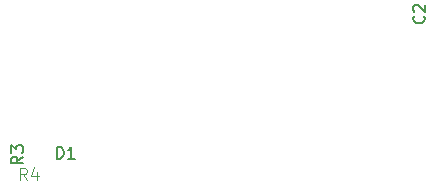
<source format=gbr>
%TF.GenerationSoftware,KiCad,Pcbnew,6.0.1-79c1e3a40b~116~ubuntu20.04.1*%
%TF.CreationDate,2022-01-17T20:19:10+01:00*%
%TF.ProjectId,usb,7573622e-6b69-4636-9164-5f7063625858,rev?*%
%TF.SameCoordinates,Original*%
%TF.FileFunction,Legend,Bot*%
%TF.FilePolarity,Positive*%
%FSLAX46Y46*%
G04 Gerber Fmt 4.6, Leading zero omitted, Abs format (unit mm)*
G04 Created by KiCad (PCBNEW 6.0.1-79c1e3a40b~116~ubuntu20.04.1) date 2022-01-17 20:19:10*
%MOMM*%
%LPD*%
G01*
G04 APERTURE LIST*
%ADD10C,0.150000*%
%ADD11C,0.125000*%
G04 APERTURE END LIST*
D10*
%TO.C,D1*%
X105831904Y-84762380D02*
X105831904Y-83762380D01*
X106070000Y-83762380D01*
X106212857Y-83810000D01*
X106308095Y-83905238D01*
X106355714Y-84000476D01*
X106403333Y-84190952D01*
X106403333Y-84333809D01*
X106355714Y-84524285D01*
X106308095Y-84619523D01*
X106212857Y-84714761D01*
X106070000Y-84762380D01*
X105831904Y-84762380D01*
X107355714Y-84762380D02*
X106784285Y-84762380D01*
X107070000Y-84762380D02*
X107070000Y-83762380D01*
X106974761Y-83905238D01*
X106879523Y-84000476D01*
X106784285Y-84048095D01*
D11*
%TO.C,R4*%
X103283333Y-86562380D02*
X102950000Y-86086190D01*
X102711904Y-86562380D02*
X102711904Y-85562380D01*
X103092857Y-85562380D01*
X103188095Y-85610000D01*
X103235714Y-85657619D01*
X103283333Y-85752857D01*
X103283333Y-85895714D01*
X103235714Y-85990952D01*
X103188095Y-86038571D01*
X103092857Y-86086190D01*
X102711904Y-86086190D01*
X104140476Y-85895714D02*
X104140476Y-86562380D01*
X103902380Y-85514761D02*
X103664285Y-86229047D01*
X104283333Y-86229047D01*
D10*
%TO.C,C2*%
X136907142Y-72696666D02*
X136954761Y-72744285D01*
X137002380Y-72887142D01*
X137002380Y-72982380D01*
X136954761Y-73125238D01*
X136859523Y-73220476D01*
X136764285Y-73268095D01*
X136573809Y-73315714D01*
X136430952Y-73315714D01*
X136240476Y-73268095D01*
X136145238Y-73220476D01*
X136050000Y-73125238D01*
X136002380Y-72982380D01*
X136002380Y-72887142D01*
X136050000Y-72744285D01*
X136097619Y-72696666D01*
X136097619Y-72315714D02*
X136050000Y-72268095D01*
X136002380Y-72172857D01*
X136002380Y-71934761D01*
X136050000Y-71839523D01*
X136097619Y-71791904D01*
X136192857Y-71744285D01*
X136288095Y-71744285D01*
X136430952Y-71791904D01*
X137002380Y-72363333D01*
X137002380Y-71744285D01*
%TO.C,R3*%
X102972380Y-84606666D02*
X102496190Y-84940000D01*
X102972380Y-85178095D02*
X101972380Y-85178095D01*
X101972380Y-84797142D01*
X102020000Y-84701904D01*
X102067619Y-84654285D01*
X102162857Y-84606666D01*
X102305714Y-84606666D01*
X102400952Y-84654285D01*
X102448571Y-84701904D01*
X102496190Y-84797142D01*
X102496190Y-85178095D01*
X101972380Y-84273333D02*
X101972380Y-83654285D01*
X102353333Y-83987619D01*
X102353333Y-83844761D01*
X102400952Y-83749523D01*
X102448571Y-83701904D01*
X102543809Y-83654285D01*
X102781904Y-83654285D01*
X102877142Y-83701904D01*
X102924761Y-83749523D01*
X102972380Y-83844761D01*
X102972380Y-84130476D01*
X102924761Y-84225714D01*
X102877142Y-84273333D01*
%TD*%
M02*

</source>
